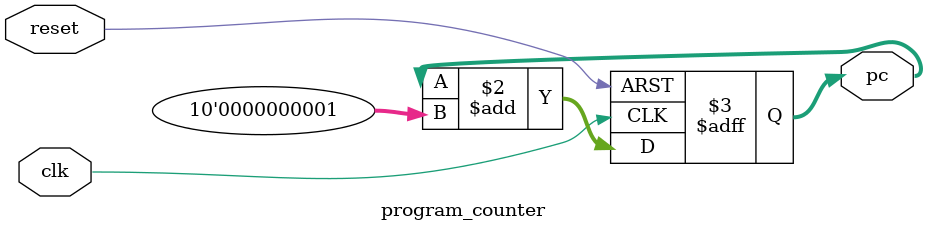
<source format=v>
module program_counter(clk, reset, pc);
    input clk, reset;
    output reg [9:0] pc;
    always @(posedge clk or posedge reset) begin
        if (reset) begin
            pc <= 10'd0;
        end else begin
            pc <= pc + 10'd1;
        end
    end
endmodule

</source>
